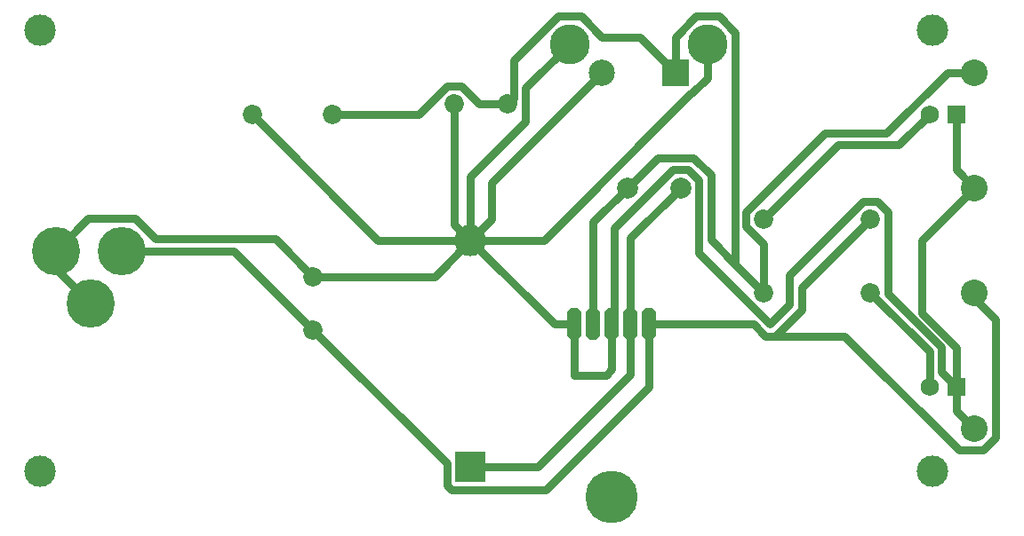
<source format=gbr>
%FSLAX42Y42*%
%MOMM*%
G71*
G01*
G75*
G04 Layer_Physical_Order=2*
G04 Layer_Color=16711680*
%ADD10C,3.00*%
%ADD11C,2.54*%
%ADD12C,1.85*%
%ADD13C,2.00*%
%ADD14C,4.60*%
%ADD15C,2.50*%
%ADD16R,2.50X2.50*%
%ADD17C,3.80*%
%ADD18R,3.00X3.00*%
%ADD19C,1.85*%
%ADD20C,1.75*%
%ADD21R,1.75X1.75*%
%ADD22C,5.00*%
G04:AMPARAMS|DCode=23|XSize=1.3mm|YSize=3mm|CornerRadius=0mm|HoleSize=0mm|Usage=FLASHONLY|Rotation=180.000|XOffset=0mm|YOffset=0mm|HoleType=Round|Shape=Octagon|*
%AMOCTAGOND23*
4,1,8,0.33,-1.50,-0.33,-1.50,-0.65,-1.18,-0.65,1.18,-0.33,1.50,0.33,1.50,0.65,1.18,0.65,-1.18,0.33,-1.50,0.0*
%
%ADD23OCTAGOND23*%

%ADD24C,0.75*%
D10*
X8900Y800D02*
D03*
Y5000D02*
D03*
X400D02*
D03*
Y800D02*
D03*
X4500Y3000D02*
D03*
D11*
X9300Y1200D02*
D03*
Y4600D02*
D03*
Y3500D02*
D03*
Y2500D02*
D03*
D12*
X8308Y3200D02*
D03*
X7292D02*
D03*
Y2500D02*
D03*
X8308D02*
D03*
X4854Y4300D02*
D03*
X4346D02*
D03*
X3000Y2146D02*
D03*
Y2654D02*
D03*
D13*
X5992Y3500D02*
D03*
X6500D02*
D03*
D14*
X550Y2900D02*
D03*
X1180Y2900D02*
D03*
X880Y2400D02*
D03*
D15*
X5750Y4601D02*
D03*
D16*
X6450Y4601D02*
D03*
D17*
X6757Y4872D02*
D03*
X5443D02*
D03*
D18*
X4500Y841D02*
D03*
D19*
X3181Y4200D02*
D03*
X2419D02*
D03*
D20*
X8873Y1600D02*
D03*
Y4200D02*
D03*
D21*
X9127Y1600D02*
D03*
Y4200D02*
D03*
D22*
X5844Y550D02*
D03*
D23*
X5489Y2200D02*
D03*
X5667D02*
D03*
X5844D02*
D03*
X6022D02*
D03*
X6200D02*
D03*
D24*
X9127Y1600D02*
Y1973D01*
X8800Y2300D02*
X9127Y1973D01*
X8800Y2300D02*
Y3000D01*
X9127Y1373D02*
X9300Y1200D01*
X9127Y1373D02*
Y1600D01*
Y3673D02*
X9300Y3500D01*
X9127Y3673D02*
Y4200D01*
X550Y2900D02*
X856Y3206D01*
X2641Y3013D02*
X3000Y2654D01*
X1499Y3013D02*
X2641D01*
X1307Y3206D02*
X1499Y3013D01*
X856Y3206D02*
X1307D01*
X550Y2730D02*
Y2900D01*
Y2730D02*
X880Y2400D01*
X5300Y2200D02*
X5489D01*
X4500Y3000D02*
X5300Y2200D01*
X5200Y3000D02*
X6600Y4401D01*
X6606D01*
X6757Y4551D01*
Y4872D01*
X9042Y4600D02*
X9300D01*
X8463Y4021D02*
X9042Y4600D01*
X9149Y998D02*
X9384D01*
X8060Y2087D02*
X9149Y998D01*
X7401Y2087D02*
X8060D01*
X6200Y2200D02*
X7195D01*
X7308Y2087D01*
X7401D01*
X7653Y2339D01*
Y2545D01*
X8308Y3200D01*
X7292Y2500D02*
Y2962D01*
X7124Y3130D02*
X7292Y2962D01*
X7124Y3130D02*
Y3270D01*
X7875Y4021D01*
X8463D01*
X5844Y1767D02*
Y2200D01*
X5789Y1711D02*
X5844Y1767D01*
X5489Y1711D02*
X5789D01*
X5489D02*
Y2200D01*
X4500Y3000D02*
X5200D01*
X8800D02*
X9300Y3500D01*
X8476Y2492D02*
X8986Y1982D01*
X9300Y2446D02*
Y2500D01*
Y2446D02*
X9503Y2244D01*
Y1116D02*
Y2244D01*
X9384Y998D02*
X9503Y1116D01*
X9300Y4600D02*
Y4670D01*
X8986Y1741D02*
X9127Y1600D01*
X8986Y1741D02*
Y1982D01*
X8476Y2492D02*
Y3270D01*
X8378Y3368D02*
X8476Y3270D01*
X8238Y3368D02*
X8378D01*
X7540Y2670D02*
X8238Y3368D01*
X7540Y2386D02*
Y2670D01*
X7354Y2200D02*
X7540Y2386D01*
X8581Y3908D02*
X8873Y4200D01*
X8000Y3908D02*
X8581D01*
X7292Y3200D02*
X8000Y3908D01*
X6111Y4940D02*
X6450Y4601D01*
X5750Y4940D02*
X6111D01*
X5553Y5138D02*
X5750Y4940D01*
X5333Y5138D02*
X5553D01*
X4909Y4713D02*
X5333Y5138D01*
X4909Y4355D02*
Y4713D01*
X4854Y4300D02*
X4909Y4355D01*
X6281Y3788D02*
X6619D01*
X5992Y3500D02*
X6281Y3788D01*
X6022Y1722D02*
Y2200D01*
X5141Y841D02*
X6022Y1722D01*
X4500Y841D02*
X5141D01*
X4319Y616D02*
X5215D01*
X6200Y1600D01*
Y2200D01*
X6022D02*
Y3022D01*
X7022Y2769D02*
X7292Y2500D01*
X6789Y3003D02*
X7022Y2769D01*
X6789Y3003D02*
Y3620D01*
X6619Y3788D02*
X6789Y3620D01*
X8308Y2500D02*
X8873Y1935D01*
Y1600D02*
Y1935D01*
X3000Y2654D02*
X4154D01*
X4500Y3000D01*
X2419Y4200D02*
X3619Y3000D01*
X4500D01*
X5022Y4451D02*
X5443Y4872D01*
X5022Y4132D02*
Y4451D01*
X4500Y3610D02*
X5022Y4132D01*
X4500Y3000D02*
Y3610D01*
X4346Y3154D02*
Y4300D01*
X4700Y3551D02*
X5750Y4601D01*
X4700Y3200D02*
Y3551D01*
X4500Y3000D02*
X4700Y3200D01*
X4346Y3154D02*
X4500Y3000D01*
X1180Y2900D02*
X2246D01*
X3000Y2146D01*
X3181Y4200D02*
X4008D01*
X4276Y4468D01*
X4416D01*
X4584Y4300D01*
X4854D01*
X6450Y4601D02*
Y4940D01*
X6647Y5138D01*
X6867D01*
X7022Y4982D01*
Y2769D02*
Y4982D01*
X5667Y2200D02*
Y3175D01*
X5992Y3500D01*
X6022Y3022D02*
X6500Y3500D01*
X4274Y660D02*
X4319Y616D01*
X4274Y660D02*
Y872D01*
X3000Y2146D02*
X4274Y872D01*
X5872Y2227D02*
Y3120D01*
X6427Y3676D01*
X6573D01*
X6675Y3573D01*
Y2879D02*
Y3573D01*
Y2879D02*
X7354Y2200D01*
M02*

</source>
